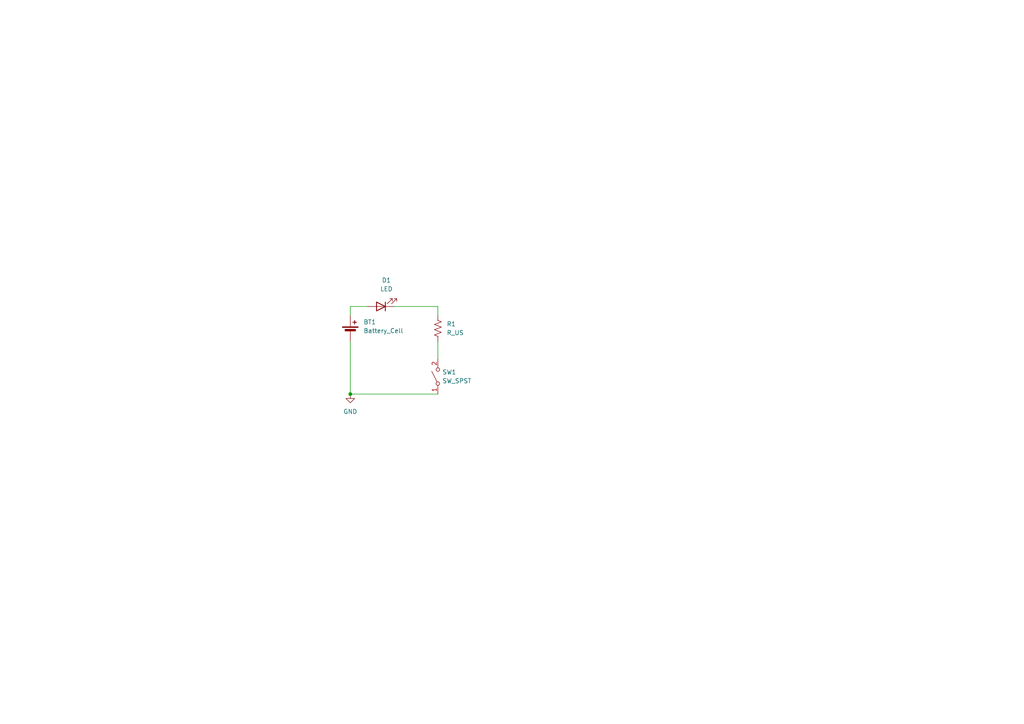
<source format=kicad_sch>
(kicad_sch (version 20231120) (generator "eeschema") (generator_version "8.0")
  (paper "A4")
  (lib_symbols
    (symbol "Device:Battery_Cell" (pin_numbers hide) (pin_names (offset 0) hide)
      (property "Reference" "BT" (at 2.54 2.54 0))
      (property "Value" "Battery_Cell" (at 2.54 0 0))
      (symbol "Battery_Cell_0_1"
        (rectangle (start -2.286 1.778) (end 2.286 1.524) (fill (type outline)))
        (rectangle (start -1.524 1.016) (end 1.524 0.508) (fill (type outline)))
        (polyline (pts (xy 0 0.762) (xy 0 0)))
        (polyline (pts (xy 0 1.778) (xy 0 2.54)))
        (polyline (pts (xy 0.762 3.048) (xy 1.778 3.048)) (stroke (width 0.254)))
        (polyline (pts (xy 1.27 3.556) (xy 1.27 2.54)) (stroke (width 0.254)))
      )
      (symbol "Battery_Cell_1_1"
        (pin passive line (at 0 5.08 270) (length 2.54) (name "+") (number "1"))
        (pin passive line (at 0 -2.54 90) (length 2.54) (name "-") (number "2"))
      )
    )
    (symbol "Device:LED" (pin_numbers hide) (pin_names (offset 1.016) hide)
      (property "Reference" "D" (at 0 2.54 0))
      (property "Value" "LED" (at 0 -2.54 0))
      (symbol "LED_0_1"
        (polyline (pts (xy -1.27 -1.27) (xy -1.27 1.27)) (stroke (width 0.254)))
        (polyline (pts (xy -1.27 0) (xy 1.27 0)))
        (polyline (pts (xy 1.27 -1.27) (xy 1.27 1.27) (xy -1.27 0) (xy 1.27 -1.27)) (stroke (width 0.254)))
        (polyline (pts (xy -3.048 -0.762) (xy -4.572 -2.286) (xy -3.81 -2.286) (xy -4.572 -2.286) (xy -4.572 -1.524)))
        (polyline (pts (xy -1.778 -0.762) (xy -3.302 -2.286) (xy -2.54 -2.286) (xy -3.302 -2.286) (xy -3.302 -1.524)))
      )
      (symbol "LED_1_1"
        (pin passive line (at -3.81 0 0) (length 2.54) (name "K") (number "1"))
        (pin passive line (at 3.81 0 180) (length 2.54) (name "A") (number "2"))
      )
    )
    (symbol "Device:R_US" (pin_numbers hide) (pin_names (offset 0))
      (property "Reference" "R" (at 2.54 0 90))
      (property "Value" "R_US" (at -2.54 0 90))
      (symbol "R_US_0_1"
        (polyline (pts (xy 0 -2.286) (xy 0 -2.54)))
        (polyline (pts (xy 0 2.286) (xy 0 2.54)))
        (polyline (pts (xy 0 -0.762) (xy 1.016 -1.143) (xy 0 -1.524) (xy -1.016 -1.905) (xy 0 -2.286)))
        (polyline (pts (xy 0 0.762) (xy 1.016 0.381) (xy 0 0) (xy -1.016 -0.381) (xy 0 -0.762)))
        (polyline (pts (xy 0 2.286) (xy 1.016 1.905) (xy 0 1.524) (xy -1.016 1.143) (xy 0 0.762)))
      )
      (symbol "R_US_1_1"
        (pin passive line (at 0 3.81 270) (length 1.27) (name "~") (number "1"))
        (pin passive line (at 0 -3.81 90) (length 1.27) (name "~") (number "2"))
      )
    )
    (symbol "Switch:SW_SPST" (pin_names (offset 0) hide)
      (property "Reference" "SW" (at 0 3.175 0))
      (property "Value" "SW_SPST" (at 0 -2.54 0))
      (symbol "SW_SPST_0_0"
        (circle (center -2.032 0) (radius 0.508))
        (polyline (pts (xy -1.524 0.254) (xy 1.524 1.778)))
        (circle (center 2.032 0) (radius 0.508))
      )
      (symbol "SW_SPST_1_1"
        (pin passive line (at -5.08 0 0) (length 2.54) (name "A") (number "1"))
        (pin passive line (at 5.08 0 180) (length 2.54) (name "B") (number "2"))
      )
    )
    (symbol "power:GND" (power) (pin_numbers hide) (pin_names (offset 0) hide)
      (property "Value" "GND" (at 0 -3.81 0))
      (symbol "GND_0_1"
        (polyline (pts (xy 0 0) (xy 0 -1.27) (xy 1.27 -1.27) (xy 0 -2.54) (xy -1.27 -1.27) (xy 0 -1.27)))
      )
      (symbol "GND_1_1"
        (pin power_in line (at 0 0 270) (length 0) (name "~") (number "1"))
      )
    )
  )
  (junction (at 101.6 114.3))
  (wire (pts (xy 101.6 88.9) (xy 106.68 88.9)))
  (wire (pts (xy 101.6 114.3) (xy 101.6 99.06)))
  (wire (pts (xy 127 114.3) (xy 101.6 114.3)))
  (wire (pts (xy 114.3 88.9) (xy 127 88.9)))
  (wire (pts (xy 127 88.9) (xy 127 91.44)))
  (wire (pts (xy 127 99.06) (xy 127 104.14)))
  (wire (pts (xy 101.6 91.44) (xy 101.6 88.9)))
  (symbol (lib_id "Device:R_US") (at 127 95.25 0) (unit 1)
    (property "Reference" "R1" (at 129.54 93.9799 0) (effects (justify left)))
    (property "Value" "R_US" (at 129.54 96.5199 0) (effects (justify left)))
    (property "Footprint" "Resistor_SMD:R_2512_6332Metric" (effects (hide yes)))
    (property "Description" "Resistor, US symbol" (effects (hide yes)))
  )
  (symbol (lib_id "power:GND") (at 101.6 114.3 0) (unit 1)
    (property "Reference" "#PWR01" (effects (hide yes)))
    (property "Value" "GND" (at 101.6 119.38 0))
    (property "Description" "Power symbol creates a global label with name \"GND\" , ground" (effects (hide yes)))
  )
  (symbol (lib_id "Switch:SW_SPST") (at 127 109.22 90) (unit 1)
    (property "Reference" "SW1" (at 128.27 107.9499 90) (effects (justify right)))
    (property "Value" "SW_SPST" (at 128.27 110.4899 90) (effects (justify right)))
    (property "Footprint" "Button_Switch_THT:SW_PUSH_6mm" (effects (hide yes)))
    (property "Description" "Single Pole Single Throw (SPST) switch" (effects (hide yes)))
  )
  (symbol (lib_id "Device:Battery_Cell") (at 101.6 96.52 0) (unit 1)
    (property "Reference" "BT1" (at 105.41 93.4084 0) (effects (justify left)))
    (property "Value" "Battery_Cell" (at 105.41 95.9484 0) (effects (justify left)))
    (property "Footprint" "Battery:BatteryHolder_Keystone_103_1x20mm" (effects (hide yes)))
    (property "Description" "Single-cell battery" (effects (hide yes)))
  )
  (symbol (lib_id "Device:LED") (at 110.49 88.9 180) (unit 1)
    (property "Reference" "D1" (at 112.0775 81.28 0))
    (property "Value" "LED" (at 112.0775 83.82 0))
    (property "Footprint" "LED_SMD:LED_2512_6332Metric" (effects (hide yes)))
    (property "Description" "Light emitting diode" (effects (hide yes)))
  )
)
</source>
